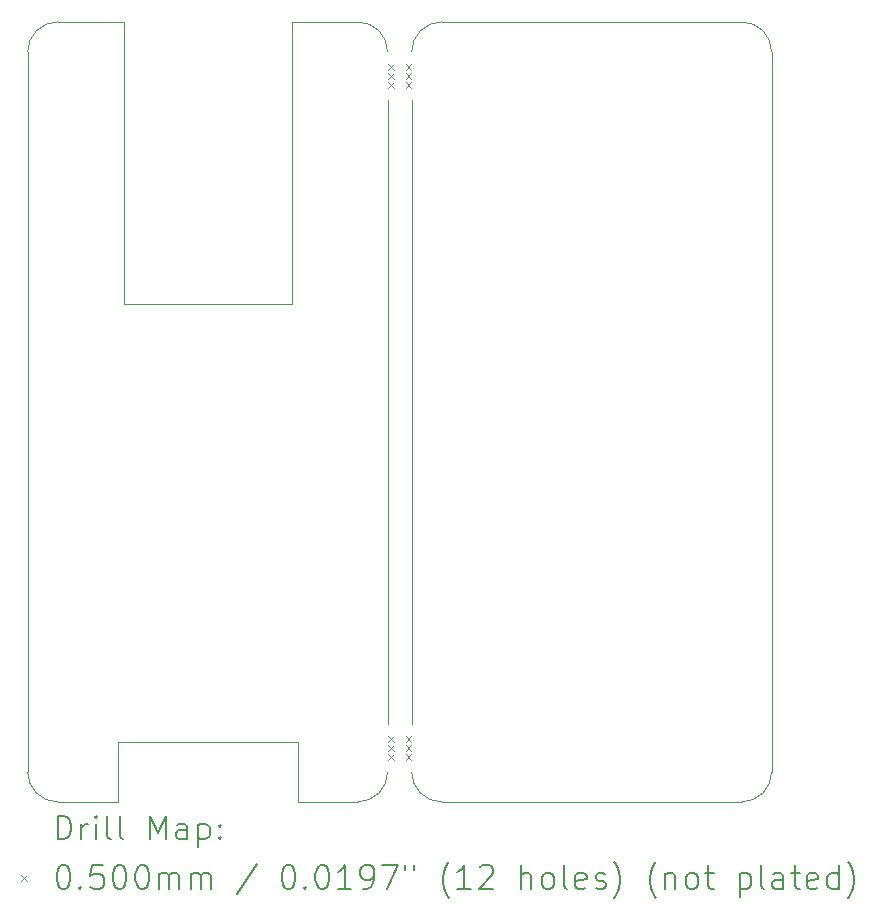
<source format=gbr>
%TF.GenerationSoftware,KiCad,Pcbnew,7.0.7*%
%TF.CreationDate,2023-08-25T22:34:50+10:00*%
%TF.ProjectId,SuperMini-EPD-Sheild,53757065-724d-4696-9e69-2d4550442d53,rev?*%
%TF.SameCoordinates,Original*%
%TF.FileFunction,Drillmap*%
%TF.FilePolarity,Positive*%
%FSLAX45Y45*%
G04 Gerber Fmt 4.5, Leading zero omitted, Abs format (unit mm)*
G04 Created by KiCad (PCBNEW 7.0.7) date 2023-08-25 22:34:50*
%MOMM*%
%LPD*%
G01*
G04 APERTURE LIST*
%ADD10C,0.100000*%
%ADD11C,0.200000*%
%ADD12C,0.050000*%
G04 APERTURE END LIST*
D10*
X9601200Y-10160000D02*
X7061200Y-10160000D01*
X9855200Y-9906000D02*
X9855200Y-3810000D01*
X6807200Y-9906000D02*
G75*
G03*
X7061200Y-10160000I254000J0D01*
G01*
X9601200Y-10160000D02*
G75*
G03*
X9855200Y-9906000I0J254000D01*
G01*
X9601200Y-3556000D02*
X7061200Y-3556000D01*
X9855200Y-3810000D02*
G75*
G03*
X9601200Y-3556000I-254000J0D01*
G01*
X6807200Y-4216400D02*
X6807200Y-9499600D01*
X7061200Y-3556000D02*
G75*
G03*
X6807200Y-3810000I0J-254000D01*
G01*
X3810000Y-3556000D02*
G75*
G03*
X3556000Y-3810000I0J-254000D01*
G01*
X5842000Y-9652000D02*
X5842000Y-10160000D01*
X4318000Y-9652000D02*
X5842000Y-9652000D01*
X4368800Y-5943600D02*
X5791200Y-5943600D01*
X3556000Y-3810000D02*
X3556000Y-9906000D01*
X6350000Y-10160000D02*
X5842000Y-10160000D01*
X6604000Y-3810000D02*
G75*
G03*
X6350000Y-3556000I-254000J0D01*
G01*
X6350000Y-3556000D02*
X5791200Y-3556000D01*
X4368800Y-3556000D02*
X4368800Y-5943600D01*
X4368800Y-3556000D02*
X3810000Y-3556000D01*
X6350000Y-10160000D02*
G75*
G03*
X6604000Y-9906000I0J254000D01*
G01*
X3556000Y-9906000D02*
G75*
G03*
X3810000Y-10160000I254000J0D01*
G01*
X6604000Y-9499600D02*
X6604000Y-4216400D01*
X4318000Y-10160000D02*
X3810000Y-10160000D01*
X4318000Y-10160000D02*
X4318000Y-9652000D01*
X5791200Y-5943600D02*
X5791200Y-3556000D01*
D11*
D12*
X6605600Y-3913200D02*
X6655600Y-3963200D01*
X6655600Y-3913200D02*
X6605600Y-3963200D01*
X6605600Y-3988200D02*
X6655600Y-4038200D01*
X6655600Y-3988200D02*
X6605600Y-4038200D01*
X6605600Y-4063200D02*
X6655600Y-4113200D01*
X6655600Y-4063200D02*
X6605600Y-4113200D01*
X6605600Y-9602800D02*
X6655600Y-9652800D01*
X6655600Y-9602800D02*
X6605600Y-9652800D01*
X6605600Y-9677800D02*
X6655600Y-9727800D01*
X6655600Y-9677800D02*
X6605600Y-9727800D01*
X6605600Y-9752800D02*
X6655600Y-9802800D01*
X6655600Y-9752800D02*
X6605600Y-9802800D01*
X6755600Y-3913200D02*
X6805600Y-3963200D01*
X6805600Y-3913200D02*
X6755600Y-3963200D01*
X6755600Y-3988200D02*
X6805600Y-4038200D01*
X6805600Y-3988200D02*
X6755600Y-4038200D01*
X6755600Y-4063200D02*
X6805600Y-4113200D01*
X6805600Y-4063200D02*
X6755600Y-4113200D01*
X6755600Y-9602800D02*
X6805600Y-9652800D01*
X6805600Y-9602800D02*
X6755600Y-9652800D01*
X6755600Y-9677800D02*
X6805600Y-9727800D01*
X6805600Y-9677800D02*
X6755600Y-9727800D01*
X6755600Y-9752800D02*
X6805600Y-9802800D01*
X6805600Y-9752800D02*
X6755600Y-9802800D01*
D11*
X3811777Y-10476484D02*
X3811777Y-10276484D01*
X3811777Y-10276484D02*
X3859396Y-10276484D01*
X3859396Y-10276484D02*
X3887967Y-10286008D01*
X3887967Y-10286008D02*
X3907015Y-10305055D01*
X3907015Y-10305055D02*
X3916539Y-10324103D01*
X3916539Y-10324103D02*
X3926062Y-10362198D01*
X3926062Y-10362198D02*
X3926062Y-10390770D01*
X3926062Y-10390770D02*
X3916539Y-10428865D01*
X3916539Y-10428865D02*
X3907015Y-10447912D01*
X3907015Y-10447912D02*
X3887967Y-10466960D01*
X3887967Y-10466960D02*
X3859396Y-10476484D01*
X3859396Y-10476484D02*
X3811777Y-10476484D01*
X4011777Y-10476484D02*
X4011777Y-10343150D01*
X4011777Y-10381246D02*
X4021301Y-10362198D01*
X4021301Y-10362198D02*
X4030824Y-10352674D01*
X4030824Y-10352674D02*
X4049872Y-10343150D01*
X4049872Y-10343150D02*
X4068920Y-10343150D01*
X4135586Y-10476484D02*
X4135586Y-10343150D01*
X4135586Y-10276484D02*
X4126062Y-10286008D01*
X4126062Y-10286008D02*
X4135586Y-10295531D01*
X4135586Y-10295531D02*
X4145110Y-10286008D01*
X4145110Y-10286008D02*
X4135586Y-10276484D01*
X4135586Y-10276484D02*
X4135586Y-10295531D01*
X4259396Y-10476484D02*
X4240348Y-10466960D01*
X4240348Y-10466960D02*
X4230824Y-10447912D01*
X4230824Y-10447912D02*
X4230824Y-10276484D01*
X4364158Y-10476484D02*
X4345110Y-10466960D01*
X4345110Y-10466960D02*
X4335586Y-10447912D01*
X4335586Y-10447912D02*
X4335586Y-10276484D01*
X4592729Y-10476484D02*
X4592729Y-10276484D01*
X4592729Y-10276484D02*
X4659396Y-10419341D01*
X4659396Y-10419341D02*
X4726063Y-10276484D01*
X4726063Y-10276484D02*
X4726063Y-10476484D01*
X4907015Y-10476484D02*
X4907015Y-10371722D01*
X4907015Y-10371722D02*
X4897491Y-10352674D01*
X4897491Y-10352674D02*
X4878444Y-10343150D01*
X4878444Y-10343150D02*
X4840348Y-10343150D01*
X4840348Y-10343150D02*
X4821301Y-10352674D01*
X4907015Y-10466960D02*
X4887967Y-10476484D01*
X4887967Y-10476484D02*
X4840348Y-10476484D01*
X4840348Y-10476484D02*
X4821301Y-10466960D01*
X4821301Y-10466960D02*
X4811777Y-10447912D01*
X4811777Y-10447912D02*
X4811777Y-10428865D01*
X4811777Y-10428865D02*
X4821301Y-10409817D01*
X4821301Y-10409817D02*
X4840348Y-10400293D01*
X4840348Y-10400293D02*
X4887967Y-10400293D01*
X4887967Y-10400293D02*
X4907015Y-10390770D01*
X5002253Y-10343150D02*
X5002253Y-10543150D01*
X5002253Y-10352674D02*
X5021301Y-10343150D01*
X5021301Y-10343150D02*
X5059396Y-10343150D01*
X5059396Y-10343150D02*
X5078444Y-10352674D01*
X5078444Y-10352674D02*
X5087967Y-10362198D01*
X5087967Y-10362198D02*
X5097491Y-10381246D01*
X5097491Y-10381246D02*
X5097491Y-10438389D01*
X5097491Y-10438389D02*
X5087967Y-10457436D01*
X5087967Y-10457436D02*
X5078444Y-10466960D01*
X5078444Y-10466960D02*
X5059396Y-10476484D01*
X5059396Y-10476484D02*
X5021301Y-10476484D01*
X5021301Y-10476484D02*
X5002253Y-10466960D01*
X5183205Y-10457436D02*
X5192729Y-10466960D01*
X5192729Y-10466960D02*
X5183205Y-10476484D01*
X5183205Y-10476484D02*
X5173682Y-10466960D01*
X5173682Y-10466960D02*
X5183205Y-10457436D01*
X5183205Y-10457436D02*
X5183205Y-10476484D01*
X5183205Y-10352674D02*
X5192729Y-10362198D01*
X5192729Y-10362198D02*
X5183205Y-10371722D01*
X5183205Y-10371722D02*
X5173682Y-10362198D01*
X5173682Y-10362198D02*
X5183205Y-10352674D01*
X5183205Y-10352674D02*
X5183205Y-10371722D01*
D12*
X3501000Y-10780000D02*
X3551000Y-10830000D01*
X3551000Y-10780000D02*
X3501000Y-10830000D01*
D11*
X3849872Y-10696484D02*
X3868920Y-10696484D01*
X3868920Y-10696484D02*
X3887967Y-10706008D01*
X3887967Y-10706008D02*
X3897491Y-10715531D01*
X3897491Y-10715531D02*
X3907015Y-10734579D01*
X3907015Y-10734579D02*
X3916539Y-10772674D01*
X3916539Y-10772674D02*
X3916539Y-10820293D01*
X3916539Y-10820293D02*
X3907015Y-10858389D01*
X3907015Y-10858389D02*
X3897491Y-10877436D01*
X3897491Y-10877436D02*
X3887967Y-10886960D01*
X3887967Y-10886960D02*
X3868920Y-10896484D01*
X3868920Y-10896484D02*
X3849872Y-10896484D01*
X3849872Y-10896484D02*
X3830824Y-10886960D01*
X3830824Y-10886960D02*
X3821301Y-10877436D01*
X3821301Y-10877436D02*
X3811777Y-10858389D01*
X3811777Y-10858389D02*
X3802253Y-10820293D01*
X3802253Y-10820293D02*
X3802253Y-10772674D01*
X3802253Y-10772674D02*
X3811777Y-10734579D01*
X3811777Y-10734579D02*
X3821301Y-10715531D01*
X3821301Y-10715531D02*
X3830824Y-10706008D01*
X3830824Y-10706008D02*
X3849872Y-10696484D01*
X4002253Y-10877436D02*
X4011777Y-10886960D01*
X4011777Y-10886960D02*
X4002253Y-10896484D01*
X4002253Y-10896484D02*
X3992729Y-10886960D01*
X3992729Y-10886960D02*
X4002253Y-10877436D01*
X4002253Y-10877436D02*
X4002253Y-10896484D01*
X4192729Y-10696484D02*
X4097491Y-10696484D01*
X4097491Y-10696484D02*
X4087967Y-10791722D01*
X4087967Y-10791722D02*
X4097491Y-10782198D01*
X4097491Y-10782198D02*
X4116539Y-10772674D01*
X4116539Y-10772674D02*
X4164158Y-10772674D01*
X4164158Y-10772674D02*
X4183205Y-10782198D01*
X4183205Y-10782198D02*
X4192729Y-10791722D01*
X4192729Y-10791722D02*
X4202253Y-10810770D01*
X4202253Y-10810770D02*
X4202253Y-10858389D01*
X4202253Y-10858389D02*
X4192729Y-10877436D01*
X4192729Y-10877436D02*
X4183205Y-10886960D01*
X4183205Y-10886960D02*
X4164158Y-10896484D01*
X4164158Y-10896484D02*
X4116539Y-10896484D01*
X4116539Y-10896484D02*
X4097491Y-10886960D01*
X4097491Y-10886960D02*
X4087967Y-10877436D01*
X4326063Y-10696484D02*
X4345110Y-10696484D01*
X4345110Y-10696484D02*
X4364158Y-10706008D01*
X4364158Y-10706008D02*
X4373682Y-10715531D01*
X4373682Y-10715531D02*
X4383205Y-10734579D01*
X4383205Y-10734579D02*
X4392729Y-10772674D01*
X4392729Y-10772674D02*
X4392729Y-10820293D01*
X4392729Y-10820293D02*
X4383205Y-10858389D01*
X4383205Y-10858389D02*
X4373682Y-10877436D01*
X4373682Y-10877436D02*
X4364158Y-10886960D01*
X4364158Y-10886960D02*
X4345110Y-10896484D01*
X4345110Y-10896484D02*
X4326063Y-10896484D01*
X4326063Y-10896484D02*
X4307015Y-10886960D01*
X4307015Y-10886960D02*
X4297491Y-10877436D01*
X4297491Y-10877436D02*
X4287967Y-10858389D01*
X4287967Y-10858389D02*
X4278444Y-10820293D01*
X4278444Y-10820293D02*
X4278444Y-10772674D01*
X4278444Y-10772674D02*
X4287967Y-10734579D01*
X4287967Y-10734579D02*
X4297491Y-10715531D01*
X4297491Y-10715531D02*
X4307015Y-10706008D01*
X4307015Y-10706008D02*
X4326063Y-10696484D01*
X4516539Y-10696484D02*
X4535586Y-10696484D01*
X4535586Y-10696484D02*
X4554634Y-10706008D01*
X4554634Y-10706008D02*
X4564158Y-10715531D01*
X4564158Y-10715531D02*
X4573682Y-10734579D01*
X4573682Y-10734579D02*
X4583205Y-10772674D01*
X4583205Y-10772674D02*
X4583205Y-10820293D01*
X4583205Y-10820293D02*
X4573682Y-10858389D01*
X4573682Y-10858389D02*
X4564158Y-10877436D01*
X4564158Y-10877436D02*
X4554634Y-10886960D01*
X4554634Y-10886960D02*
X4535586Y-10896484D01*
X4535586Y-10896484D02*
X4516539Y-10896484D01*
X4516539Y-10896484D02*
X4497491Y-10886960D01*
X4497491Y-10886960D02*
X4487967Y-10877436D01*
X4487967Y-10877436D02*
X4478444Y-10858389D01*
X4478444Y-10858389D02*
X4468920Y-10820293D01*
X4468920Y-10820293D02*
X4468920Y-10772674D01*
X4468920Y-10772674D02*
X4478444Y-10734579D01*
X4478444Y-10734579D02*
X4487967Y-10715531D01*
X4487967Y-10715531D02*
X4497491Y-10706008D01*
X4497491Y-10706008D02*
X4516539Y-10696484D01*
X4668920Y-10896484D02*
X4668920Y-10763150D01*
X4668920Y-10782198D02*
X4678444Y-10772674D01*
X4678444Y-10772674D02*
X4697491Y-10763150D01*
X4697491Y-10763150D02*
X4726063Y-10763150D01*
X4726063Y-10763150D02*
X4745110Y-10772674D01*
X4745110Y-10772674D02*
X4754634Y-10791722D01*
X4754634Y-10791722D02*
X4754634Y-10896484D01*
X4754634Y-10791722D02*
X4764158Y-10772674D01*
X4764158Y-10772674D02*
X4783205Y-10763150D01*
X4783205Y-10763150D02*
X4811777Y-10763150D01*
X4811777Y-10763150D02*
X4830825Y-10772674D01*
X4830825Y-10772674D02*
X4840348Y-10791722D01*
X4840348Y-10791722D02*
X4840348Y-10896484D01*
X4935586Y-10896484D02*
X4935586Y-10763150D01*
X4935586Y-10782198D02*
X4945110Y-10772674D01*
X4945110Y-10772674D02*
X4964158Y-10763150D01*
X4964158Y-10763150D02*
X4992729Y-10763150D01*
X4992729Y-10763150D02*
X5011777Y-10772674D01*
X5011777Y-10772674D02*
X5021301Y-10791722D01*
X5021301Y-10791722D02*
X5021301Y-10896484D01*
X5021301Y-10791722D02*
X5030825Y-10772674D01*
X5030825Y-10772674D02*
X5049872Y-10763150D01*
X5049872Y-10763150D02*
X5078444Y-10763150D01*
X5078444Y-10763150D02*
X5097491Y-10772674D01*
X5097491Y-10772674D02*
X5107015Y-10791722D01*
X5107015Y-10791722D02*
X5107015Y-10896484D01*
X5497491Y-10686960D02*
X5326063Y-10944103D01*
X5754634Y-10696484D02*
X5773682Y-10696484D01*
X5773682Y-10696484D02*
X5792729Y-10706008D01*
X5792729Y-10706008D02*
X5802253Y-10715531D01*
X5802253Y-10715531D02*
X5811777Y-10734579D01*
X5811777Y-10734579D02*
X5821301Y-10772674D01*
X5821301Y-10772674D02*
X5821301Y-10820293D01*
X5821301Y-10820293D02*
X5811777Y-10858389D01*
X5811777Y-10858389D02*
X5802253Y-10877436D01*
X5802253Y-10877436D02*
X5792729Y-10886960D01*
X5792729Y-10886960D02*
X5773682Y-10896484D01*
X5773682Y-10896484D02*
X5754634Y-10896484D01*
X5754634Y-10896484D02*
X5735586Y-10886960D01*
X5735586Y-10886960D02*
X5726063Y-10877436D01*
X5726063Y-10877436D02*
X5716539Y-10858389D01*
X5716539Y-10858389D02*
X5707015Y-10820293D01*
X5707015Y-10820293D02*
X5707015Y-10772674D01*
X5707015Y-10772674D02*
X5716539Y-10734579D01*
X5716539Y-10734579D02*
X5726063Y-10715531D01*
X5726063Y-10715531D02*
X5735586Y-10706008D01*
X5735586Y-10706008D02*
X5754634Y-10696484D01*
X5907015Y-10877436D02*
X5916539Y-10886960D01*
X5916539Y-10886960D02*
X5907015Y-10896484D01*
X5907015Y-10896484D02*
X5897491Y-10886960D01*
X5897491Y-10886960D02*
X5907015Y-10877436D01*
X5907015Y-10877436D02*
X5907015Y-10896484D01*
X6040348Y-10696484D02*
X6059396Y-10696484D01*
X6059396Y-10696484D02*
X6078444Y-10706008D01*
X6078444Y-10706008D02*
X6087967Y-10715531D01*
X6087967Y-10715531D02*
X6097491Y-10734579D01*
X6097491Y-10734579D02*
X6107015Y-10772674D01*
X6107015Y-10772674D02*
X6107015Y-10820293D01*
X6107015Y-10820293D02*
X6097491Y-10858389D01*
X6097491Y-10858389D02*
X6087967Y-10877436D01*
X6087967Y-10877436D02*
X6078444Y-10886960D01*
X6078444Y-10886960D02*
X6059396Y-10896484D01*
X6059396Y-10896484D02*
X6040348Y-10896484D01*
X6040348Y-10896484D02*
X6021301Y-10886960D01*
X6021301Y-10886960D02*
X6011777Y-10877436D01*
X6011777Y-10877436D02*
X6002253Y-10858389D01*
X6002253Y-10858389D02*
X5992729Y-10820293D01*
X5992729Y-10820293D02*
X5992729Y-10772674D01*
X5992729Y-10772674D02*
X6002253Y-10734579D01*
X6002253Y-10734579D02*
X6011777Y-10715531D01*
X6011777Y-10715531D02*
X6021301Y-10706008D01*
X6021301Y-10706008D02*
X6040348Y-10696484D01*
X6297491Y-10896484D02*
X6183206Y-10896484D01*
X6240348Y-10896484D02*
X6240348Y-10696484D01*
X6240348Y-10696484D02*
X6221301Y-10725055D01*
X6221301Y-10725055D02*
X6202253Y-10744103D01*
X6202253Y-10744103D02*
X6183206Y-10753627D01*
X6392729Y-10896484D02*
X6430825Y-10896484D01*
X6430825Y-10896484D02*
X6449872Y-10886960D01*
X6449872Y-10886960D02*
X6459396Y-10877436D01*
X6459396Y-10877436D02*
X6478444Y-10848865D01*
X6478444Y-10848865D02*
X6487967Y-10810770D01*
X6487967Y-10810770D02*
X6487967Y-10734579D01*
X6487967Y-10734579D02*
X6478444Y-10715531D01*
X6478444Y-10715531D02*
X6468920Y-10706008D01*
X6468920Y-10706008D02*
X6449872Y-10696484D01*
X6449872Y-10696484D02*
X6411777Y-10696484D01*
X6411777Y-10696484D02*
X6392729Y-10706008D01*
X6392729Y-10706008D02*
X6383206Y-10715531D01*
X6383206Y-10715531D02*
X6373682Y-10734579D01*
X6373682Y-10734579D02*
X6373682Y-10782198D01*
X6373682Y-10782198D02*
X6383206Y-10801246D01*
X6383206Y-10801246D02*
X6392729Y-10810770D01*
X6392729Y-10810770D02*
X6411777Y-10820293D01*
X6411777Y-10820293D02*
X6449872Y-10820293D01*
X6449872Y-10820293D02*
X6468920Y-10810770D01*
X6468920Y-10810770D02*
X6478444Y-10801246D01*
X6478444Y-10801246D02*
X6487967Y-10782198D01*
X6554634Y-10696484D02*
X6687967Y-10696484D01*
X6687967Y-10696484D02*
X6602253Y-10896484D01*
X6754634Y-10696484D02*
X6754634Y-10734579D01*
X6830825Y-10696484D02*
X6830825Y-10734579D01*
X7126063Y-10972674D02*
X7116539Y-10963150D01*
X7116539Y-10963150D02*
X7097491Y-10934579D01*
X7097491Y-10934579D02*
X7087968Y-10915531D01*
X7087968Y-10915531D02*
X7078444Y-10886960D01*
X7078444Y-10886960D02*
X7068920Y-10839341D01*
X7068920Y-10839341D02*
X7068920Y-10801246D01*
X7068920Y-10801246D02*
X7078444Y-10753627D01*
X7078444Y-10753627D02*
X7087968Y-10725055D01*
X7087968Y-10725055D02*
X7097491Y-10706008D01*
X7097491Y-10706008D02*
X7116539Y-10677436D01*
X7116539Y-10677436D02*
X7126063Y-10667912D01*
X7307015Y-10896484D02*
X7192729Y-10896484D01*
X7249872Y-10896484D02*
X7249872Y-10696484D01*
X7249872Y-10696484D02*
X7230825Y-10725055D01*
X7230825Y-10725055D02*
X7211777Y-10744103D01*
X7211777Y-10744103D02*
X7192729Y-10753627D01*
X7383206Y-10715531D02*
X7392729Y-10706008D01*
X7392729Y-10706008D02*
X7411777Y-10696484D01*
X7411777Y-10696484D02*
X7459396Y-10696484D01*
X7459396Y-10696484D02*
X7478444Y-10706008D01*
X7478444Y-10706008D02*
X7487968Y-10715531D01*
X7487968Y-10715531D02*
X7497491Y-10734579D01*
X7497491Y-10734579D02*
X7497491Y-10753627D01*
X7497491Y-10753627D02*
X7487968Y-10782198D01*
X7487968Y-10782198D02*
X7373682Y-10896484D01*
X7373682Y-10896484D02*
X7497491Y-10896484D01*
X7735587Y-10896484D02*
X7735587Y-10696484D01*
X7821301Y-10896484D02*
X7821301Y-10791722D01*
X7821301Y-10791722D02*
X7811777Y-10772674D01*
X7811777Y-10772674D02*
X7792730Y-10763150D01*
X7792730Y-10763150D02*
X7764158Y-10763150D01*
X7764158Y-10763150D02*
X7745110Y-10772674D01*
X7745110Y-10772674D02*
X7735587Y-10782198D01*
X7945110Y-10896484D02*
X7926063Y-10886960D01*
X7926063Y-10886960D02*
X7916539Y-10877436D01*
X7916539Y-10877436D02*
X7907015Y-10858389D01*
X7907015Y-10858389D02*
X7907015Y-10801246D01*
X7907015Y-10801246D02*
X7916539Y-10782198D01*
X7916539Y-10782198D02*
X7926063Y-10772674D01*
X7926063Y-10772674D02*
X7945110Y-10763150D01*
X7945110Y-10763150D02*
X7973682Y-10763150D01*
X7973682Y-10763150D02*
X7992730Y-10772674D01*
X7992730Y-10772674D02*
X8002253Y-10782198D01*
X8002253Y-10782198D02*
X8011777Y-10801246D01*
X8011777Y-10801246D02*
X8011777Y-10858389D01*
X8011777Y-10858389D02*
X8002253Y-10877436D01*
X8002253Y-10877436D02*
X7992730Y-10886960D01*
X7992730Y-10886960D02*
X7973682Y-10896484D01*
X7973682Y-10896484D02*
X7945110Y-10896484D01*
X8126063Y-10896484D02*
X8107015Y-10886960D01*
X8107015Y-10886960D02*
X8097491Y-10867912D01*
X8097491Y-10867912D02*
X8097491Y-10696484D01*
X8278444Y-10886960D02*
X8259396Y-10896484D01*
X8259396Y-10896484D02*
X8221301Y-10896484D01*
X8221301Y-10896484D02*
X8202253Y-10886960D01*
X8202253Y-10886960D02*
X8192730Y-10867912D01*
X8192730Y-10867912D02*
X8192730Y-10791722D01*
X8192730Y-10791722D02*
X8202253Y-10772674D01*
X8202253Y-10772674D02*
X8221301Y-10763150D01*
X8221301Y-10763150D02*
X8259396Y-10763150D01*
X8259396Y-10763150D02*
X8278444Y-10772674D01*
X8278444Y-10772674D02*
X8287968Y-10791722D01*
X8287968Y-10791722D02*
X8287968Y-10810770D01*
X8287968Y-10810770D02*
X8192730Y-10829817D01*
X8364158Y-10886960D02*
X8383206Y-10896484D01*
X8383206Y-10896484D02*
X8421301Y-10896484D01*
X8421301Y-10896484D02*
X8440349Y-10886960D01*
X8440349Y-10886960D02*
X8449873Y-10867912D01*
X8449873Y-10867912D02*
X8449873Y-10858389D01*
X8449873Y-10858389D02*
X8440349Y-10839341D01*
X8440349Y-10839341D02*
X8421301Y-10829817D01*
X8421301Y-10829817D02*
X8392730Y-10829817D01*
X8392730Y-10829817D02*
X8373682Y-10820293D01*
X8373682Y-10820293D02*
X8364158Y-10801246D01*
X8364158Y-10801246D02*
X8364158Y-10791722D01*
X8364158Y-10791722D02*
X8373682Y-10772674D01*
X8373682Y-10772674D02*
X8392730Y-10763150D01*
X8392730Y-10763150D02*
X8421301Y-10763150D01*
X8421301Y-10763150D02*
X8440349Y-10772674D01*
X8516539Y-10972674D02*
X8526063Y-10963150D01*
X8526063Y-10963150D02*
X8545111Y-10934579D01*
X8545111Y-10934579D02*
X8554634Y-10915531D01*
X8554634Y-10915531D02*
X8564158Y-10886960D01*
X8564158Y-10886960D02*
X8573682Y-10839341D01*
X8573682Y-10839341D02*
X8573682Y-10801246D01*
X8573682Y-10801246D02*
X8564158Y-10753627D01*
X8564158Y-10753627D02*
X8554634Y-10725055D01*
X8554634Y-10725055D02*
X8545111Y-10706008D01*
X8545111Y-10706008D02*
X8526063Y-10677436D01*
X8526063Y-10677436D02*
X8516539Y-10667912D01*
X8878444Y-10972674D02*
X8868920Y-10963150D01*
X8868920Y-10963150D02*
X8849873Y-10934579D01*
X8849873Y-10934579D02*
X8840349Y-10915531D01*
X8840349Y-10915531D02*
X8830825Y-10886960D01*
X8830825Y-10886960D02*
X8821301Y-10839341D01*
X8821301Y-10839341D02*
X8821301Y-10801246D01*
X8821301Y-10801246D02*
X8830825Y-10753627D01*
X8830825Y-10753627D02*
X8840349Y-10725055D01*
X8840349Y-10725055D02*
X8849873Y-10706008D01*
X8849873Y-10706008D02*
X8868920Y-10677436D01*
X8868920Y-10677436D02*
X8878444Y-10667912D01*
X8954634Y-10763150D02*
X8954634Y-10896484D01*
X8954634Y-10782198D02*
X8964158Y-10772674D01*
X8964158Y-10772674D02*
X8983206Y-10763150D01*
X8983206Y-10763150D02*
X9011777Y-10763150D01*
X9011777Y-10763150D02*
X9030825Y-10772674D01*
X9030825Y-10772674D02*
X9040349Y-10791722D01*
X9040349Y-10791722D02*
X9040349Y-10896484D01*
X9164158Y-10896484D02*
X9145111Y-10886960D01*
X9145111Y-10886960D02*
X9135587Y-10877436D01*
X9135587Y-10877436D02*
X9126063Y-10858389D01*
X9126063Y-10858389D02*
X9126063Y-10801246D01*
X9126063Y-10801246D02*
X9135587Y-10782198D01*
X9135587Y-10782198D02*
X9145111Y-10772674D01*
X9145111Y-10772674D02*
X9164158Y-10763150D01*
X9164158Y-10763150D02*
X9192730Y-10763150D01*
X9192730Y-10763150D02*
X9211777Y-10772674D01*
X9211777Y-10772674D02*
X9221301Y-10782198D01*
X9221301Y-10782198D02*
X9230825Y-10801246D01*
X9230825Y-10801246D02*
X9230825Y-10858389D01*
X9230825Y-10858389D02*
X9221301Y-10877436D01*
X9221301Y-10877436D02*
X9211777Y-10886960D01*
X9211777Y-10886960D02*
X9192730Y-10896484D01*
X9192730Y-10896484D02*
X9164158Y-10896484D01*
X9287968Y-10763150D02*
X9364158Y-10763150D01*
X9316539Y-10696484D02*
X9316539Y-10867912D01*
X9316539Y-10867912D02*
X9326063Y-10886960D01*
X9326063Y-10886960D02*
X9345111Y-10896484D01*
X9345111Y-10896484D02*
X9364158Y-10896484D01*
X9583206Y-10763150D02*
X9583206Y-10963150D01*
X9583206Y-10772674D02*
X9602254Y-10763150D01*
X9602254Y-10763150D02*
X9640349Y-10763150D01*
X9640349Y-10763150D02*
X9659396Y-10772674D01*
X9659396Y-10772674D02*
X9668920Y-10782198D01*
X9668920Y-10782198D02*
X9678444Y-10801246D01*
X9678444Y-10801246D02*
X9678444Y-10858389D01*
X9678444Y-10858389D02*
X9668920Y-10877436D01*
X9668920Y-10877436D02*
X9659396Y-10886960D01*
X9659396Y-10886960D02*
X9640349Y-10896484D01*
X9640349Y-10896484D02*
X9602254Y-10896484D01*
X9602254Y-10896484D02*
X9583206Y-10886960D01*
X9792730Y-10896484D02*
X9773682Y-10886960D01*
X9773682Y-10886960D02*
X9764158Y-10867912D01*
X9764158Y-10867912D02*
X9764158Y-10696484D01*
X9954635Y-10896484D02*
X9954635Y-10791722D01*
X9954635Y-10791722D02*
X9945111Y-10772674D01*
X9945111Y-10772674D02*
X9926063Y-10763150D01*
X9926063Y-10763150D02*
X9887968Y-10763150D01*
X9887968Y-10763150D02*
X9868920Y-10772674D01*
X9954635Y-10886960D02*
X9935587Y-10896484D01*
X9935587Y-10896484D02*
X9887968Y-10896484D01*
X9887968Y-10896484D02*
X9868920Y-10886960D01*
X9868920Y-10886960D02*
X9859396Y-10867912D01*
X9859396Y-10867912D02*
X9859396Y-10848865D01*
X9859396Y-10848865D02*
X9868920Y-10829817D01*
X9868920Y-10829817D02*
X9887968Y-10820293D01*
X9887968Y-10820293D02*
X9935587Y-10820293D01*
X9935587Y-10820293D02*
X9954635Y-10810770D01*
X10021301Y-10763150D02*
X10097492Y-10763150D01*
X10049873Y-10696484D02*
X10049873Y-10867912D01*
X10049873Y-10867912D02*
X10059396Y-10886960D01*
X10059396Y-10886960D02*
X10078444Y-10896484D01*
X10078444Y-10896484D02*
X10097492Y-10896484D01*
X10240349Y-10886960D02*
X10221301Y-10896484D01*
X10221301Y-10896484D02*
X10183206Y-10896484D01*
X10183206Y-10896484D02*
X10164158Y-10886960D01*
X10164158Y-10886960D02*
X10154635Y-10867912D01*
X10154635Y-10867912D02*
X10154635Y-10791722D01*
X10154635Y-10791722D02*
X10164158Y-10772674D01*
X10164158Y-10772674D02*
X10183206Y-10763150D01*
X10183206Y-10763150D02*
X10221301Y-10763150D01*
X10221301Y-10763150D02*
X10240349Y-10772674D01*
X10240349Y-10772674D02*
X10249873Y-10791722D01*
X10249873Y-10791722D02*
X10249873Y-10810770D01*
X10249873Y-10810770D02*
X10154635Y-10829817D01*
X10421301Y-10896484D02*
X10421301Y-10696484D01*
X10421301Y-10886960D02*
X10402254Y-10896484D01*
X10402254Y-10896484D02*
X10364158Y-10896484D01*
X10364158Y-10896484D02*
X10345111Y-10886960D01*
X10345111Y-10886960D02*
X10335587Y-10877436D01*
X10335587Y-10877436D02*
X10326063Y-10858389D01*
X10326063Y-10858389D02*
X10326063Y-10801246D01*
X10326063Y-10801246D02*
X10335587Y-10782198D01*
X10335587Y-10782198D02*
X10345111Y-10772674D01*
X10345111Y-10772674D02*
X10364158Y-10763150D01*
X10364158Y-10763150D02*
X10402254Y-10763150D01*
X10402254Y-10763150D02*
X10421301Y-10772674D01*
X10497492Y-10972674D02*
X10507016Y-10963150D01*
X10507016Y-10963150D02*
X10526063Y-10934579D01*
X10526063Y-10934579D02*
X10535587Y-10915531D01*
X10535587Y-10915531D02*
X10545111Y-10886960D01*
X10545111Y-10886960D02*
X10554635Y-10839341D01*
X10554635Y-10839341D02*
X10554635Y-10801246D01*
X10554635Y-10801246D02*
X10545111Y-10753627D01*
X10545111Y-10753627D02*
X10535587Y-10725055D01*
X10535587Y-10725055D02*
X10526063Y-10706008D01*
X10526063Y-10706008D02*
X10507016Y-10677436D01*
X10507016Y-10677436D02*
X10497492Y-10667912D01*
M02*

</source>
